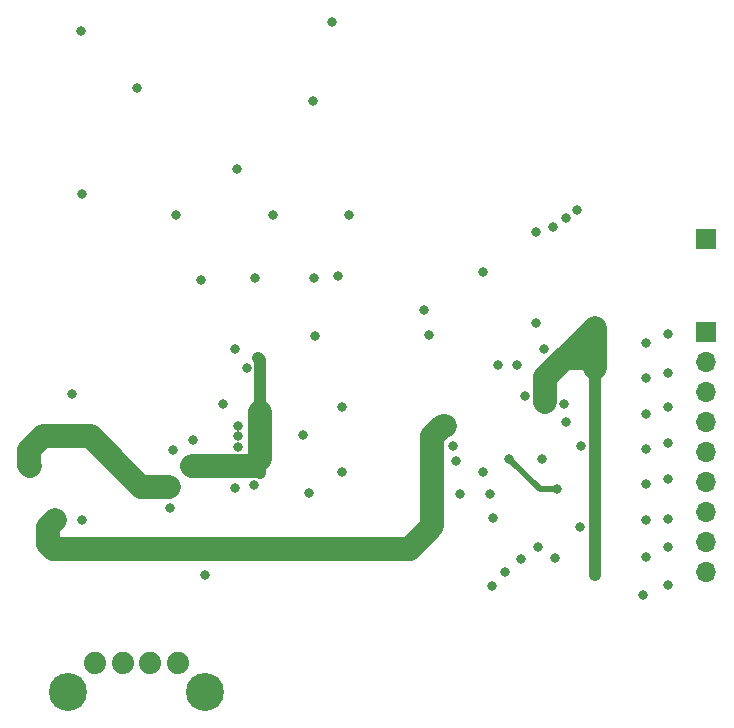
<source format=gbr>
%TF.GenerationSoftware,KiCad,Pcbnew,(6.0.2)*%
%TF.CreationDate,2022-06-02T00:09:36+03:00*%
%TF.ProjectId,BYKR-C2-V00,42594b52-2d43-4322-9d56-30302e6b6963,rev?*%
%TF.SameCoordinates,Original*%
%TF.FileFunction,Copper,L3,Inr*%
%TF.FilePolarity,Positive*%
%FSLAX46Y46*%
G04 Gerber Fmt 4.6, Leading zero omitted, Abs format (unit mm)*
G04 Created by KiCad (PCBNEW (6.0.2)) date 2022-06-02 00:09:36*
%MOMM*%
%LPD*%
G01*
G04 APERTURE LIST*
%TA.AperFunction,ComponentPad*%
%ADD10C,1.879600*%
%TD*%
%TA.AperFunction,ComponentPad*%
%ADD11C,3.215640*%
%TD*%
%TA.AperFunction,ComponentPad*%
%ADD12R,1.700000X1.700000*%
%TD*%
%TA.AperFunction,ComponentPad*%
%ADD13O,1.700000X1.700000*%
%TD*%
%TA.AperFunction,ViaPad*%
%ADD14C,0.800000*%
%TD*%
%TA.AperFunction,Conductor*%
%ADD15C,2.000000*%
%TD*%
%TA.AperFunction,Conductor*%
%ADD16C,0.500000*%
%TD*%
%TA.AperFunction,Conductor*%
%ADD17C,1.000000*%
%TD*%
G04 APERTURE END LIST*
D10*
%TO.N,Net-(J1-Pad1)*%
%TO.C,J1*%
X131047580Y-123271330D03*
%TO.N,Net-(J1-Pad2)*%
X128675220Y-123271330D03*
%TO.N,Net-(J1-Pad3)*%
X126424780Y-123271330D03*
%TO.N,GND*%
X124052420Y-123271330D03*
D11*
X133348820Y-125669090D03*
X121751180Y-125669090D03*
%TD*%
D12*
%TO.N,MCU_S*%
%TO.C,J3*%
X175750000Y-87350000D03*
%TD*%
%TO.N,CAMERA_D2*%
%TO.C,J2*%
X175762572Y-95200000D03*
D13*
%TO.N,CAMERA_D3*%
X175762572Y-97740000D03*
%TO.N,CAMERA_CMD*%
X175762572Y-100280000D03*
%TO.N,CAMERA_VCC*%
X175762572Y-102820000D03*
%TO.N,CAMERA_CLK*%
X175762572Y-105360000D03*
%TO.N,GND*%
X175762572Y-107900000D03*
%TO.N,CAMERA_D0*%
X175762572Y-110440000D03*
%TO.N,CAMERA_D1*%
X175762572Y-112980000D03*
%TO.N,CAMERA_CD*%
X175762572Y-115520000D03*
%TD*%
D14*
%TO.N,GND*%
X142450000Y-75650000D03*
X136050000Y-81450000D03*
X127550000Y-74550000D03*
X122950000Y-83550000D03*
%TO.N,USB_D3*%
X159750000Y-98050000D03*
X154550000Y-106150000D03*
%TO.N,USB_D2*%
X158150000Y-98050000D03*
X154337500Y-104862500D03*
%TO.N,USB_D0*%
X163150000Y-108550000D03*
%TO.N,USB_D1*%
X165050000Y-111750000D03*
%TO.N,USB_CD*%
X162950000Y-114350000D03*
X157750000Y-110950000D03*
%TO.N,USB_D1*%
X161850000Y-106000500D03*
X157450000Y-108950000D03*
%TO.N,USB_D0*%
X159050000Y-105950000D03*
X154950000Y-108950000D03*
%TO.N,USB_CMD*%
X160450000Y-100650000D03*
X156850000Y-107050000D03*
%TO.N,USB_VCC*%
X163850000Y-102850000D03*
X152250000Y-95450000D03*
X142650000Y-95550000D03*
X136850000Y-98250000D03*
%TO.N,SD_D2*%
X161350000Y-94450000D03*
X161350000Y-86750000D03*
%TO.N,SD_D3*%
X162050000Y-96650000D03*
X162750000Y-86350000D03*
%TO.N,SD_CMD*%
X163750000Y-101350000D03*
X163850000Y-85550000D03*
%TO.N,SD_CD*%
X157650000Y-116750000D03*
%TO.N,SD_VCC*%
X165150000Y-104850000D03*
X164850000Y-84850000D03*
%TO.N,SD_CLK*%
X158750000Y-115550000D03*
%TO.N,SD_D0*%
X160050000Y-114450000D03*
%TO.N,SD_D1*%
X161550000Y-113450000D03*
%TO.N,SD_CD*%
X132950000Y-90850000D03*
%TO.N,SD_CLK*%
X137550000Y-90650000D03*
%TO.N,SD_D0*%
X142550000Y-90650000D03*
%TO.N,SD_D1*%
X144550000Y-90450000D03*
%TO.N,+5V*%
X137450000Y-108150000D03*
%TO.N,DM*%
X130350000Y-110150000D03*
%TO.N,DP*%
X130650000Y-105250000D03*
%TO.N,Net-(C6-Pad1)*%
X132350000Y-104350000D03*
%TO.N,+3V3*%
X137850000Y-97450000D03*
%TO.N,Net-(C6-Pad1)*%
X136150000Y-103150000D03*
%TO.N,DP*%
X136150000Y-104050000D03*
%TO.N,DM*%
X136150000Y-104950000D03*
%TO.N,+5V*%
X133350000Y-115750000D03*
X122050000Y-100450000D03*
%TO.N,+3V3*%
X153650000Y-103150000D03*
X118550000Y-106550000D03*
X130250000Y-108350000D03*
X132250000Y-106550000D03*
X137950000Y-101950000D03*
X137950000Y-104450000D03*
X137950000Y-107150000D03*
X120650000Y-111150000D03*
%TO.N,GND*%
X151850000Y-93350000D03*
X135850000Y-96650000D03*
X134850000Y-101350000D03*
X135850000Y-108450000D03*
X122950000Y-111150000D03*
X145550000Y-85350000D03*
X139050000Y-85350000D03*
X130850000Y-85350000D03*
X144050000Y-68950000D03*
X122850000Y-69750000D03*
X156850000Y-90150000D03*
%TO.N,+3V3*%
X162150000Y-101150000D03*
X166350000Y-94850000D03*
X166350000Y-97850000D03*
X166350000Y-100850000D03*
X166350000Y-103850000D03*
X166350000Y-106850000D03*
X166350000Y-109850000D03*
X166350000Y-112850000D03*
X166350000Y-115750000D03*
%TO.N,GND*%
X142150000Y-108850000D03*
X144950000Y-107050000D03*
X144950000Y-101550000D03*
X141650000Y-103950000D03*
X172550000Y-116650000D03*
X172550000Y-113450000D03*
X172550000Y-111050000D03*
X172550000Y-107650000D03*
X172550000Y-104650000D03*
X172550000Y-101550000D03*
X172550000Y-98650000D03*
X172550000Y-95350000D03*
%TO.N,MCU_S*%
X170650000Y-96150000D03*
X170650000Y-99150000D03*
X170650000Y-102150000D03*
X170650000Y-105150000D03*
X170650000Y-108050000D03*
X170650000Y-111150000D03*
X170650000Y-114250000D03*
X170450000Y-117450000D03*
%TD*%
D15*
%TO.N,+3V3*%
X166350000Y-98250000D02*
X166350000Y-94850000D01*
D16*
%TO.N,USB_D0*%
X161650000Y-108550000D02*
X163150000Y-108550000D01*
X159050000Y-105950000D02*
X161650000Y-108550000D01*
D15*
%TO.N,+3V3*%
X165750000Y-97450000D02*
X166350000Y-98050000D01*
X166350000Y-98050000D02*
X166350000Y-98250000D01*
D17*
X166350000Y-115750000D02*
X166350000Y-98250000D01*
D15*
X163550000Y-97650000D02*
X163750000Y-97450000D01*
X163750000Y-97450000D02*
X165750000Y-97450000D01*
X162150000Y-99050000D02*
X163550000Y-97650000D01*
X163550000Y-97650000D02*
X166350000Y-94850000D01*
X162150000Y-101150000D02*
X162150000Y-99050000D01*
D17*
X137950000Y-107150000D02*
X137950000Y-105950000D01*
D15*
X137950000Y-105950000D02*
X137950000Y-104450000D01*
X137350000Y-106550000D02*
X137950000Y-105950000D01*
D17*
X137950000Y-97550000D02*
X137850000Y-97450000D01*
X137950000Y-101950000D02*
X137950000Y-97550000D01*
D15*
X153450000Y-103150000D02*
X153650000Y-103150000D01*
X152550000Y-104050000D02*
X153450000Y-103150000D01*
X125250000Y-113550000D02*
X150650000Y-113550000D01*
X120450000Y-113550000D02*
X125250000Y-113550000D01*
X120050000Y-113150000D02*
X120450000Y-113550000D01*
X152450000Y-111750000D02*
X152550000Y-111650000D01*
X152550000Y-111650000D02*
X152550000Y-104050000D01*
X150650000Y-113550000D02*
X152450000Y-111750000D01*
X120050000Y-111750000D02*
X120050000Y-113150000D01*
X120650000Y-111150000D02*
X120050000Y-111750000D01*
X118450000Y-106450000D02*
X118550000Y-106550000D01*
X119650000Y-104050000D02*
X118450000Y-105250000D01*
X123650000Y-104050000D02*
X120050000Y-104050000D01*
X125650000Y-106050000D02*
X123650000Y-104050000D01*
X118450000Y-105250000D02*
X118450000Y-106450000D01*
X120050000Y-104050000D02*
X119650000Y-104050000D01*
X127950000Y-108350000D02*
X125650000Y-106050000D01*
X130250000Y-108350000D02*
X127950000Y-108350000D01*
X134950000Y-106550000D02*
X132250000Y-106550000D01*
X137350000Y-106550000D02*
X134950000Y-106550000D01*
D17*
X137950000Y-107150000D02*
X137350000Y-106550000D01*
D15*
X137950000Y-104450000D02*
X137950000Y-101950000D01*
%TD*%
M02*

</source>
